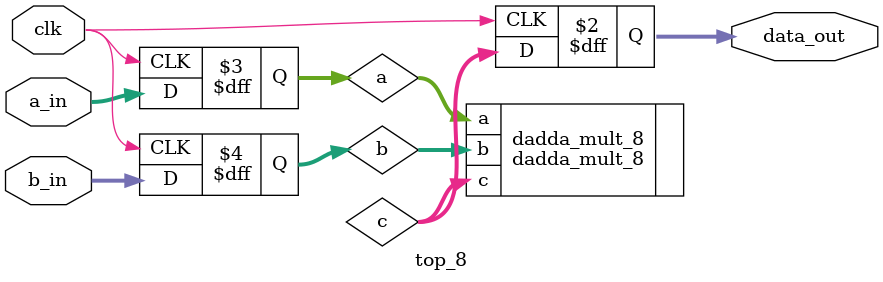
<source format=v>
module top_8(
    input clk,
    input [7:0] a_in,
    input [7:0] b_in,
    output [14:0] data_out
);

reg [7:0] a, b;
wire [14:0] c;
reg [14:0] data_out;

dadda_mult_8 dadda_mult_8 (.a(a), .b(b), .c(c));

always @(posedge clk) begin
    a <=  a_in;
    b <=  b_in;
    data_out <= c;
end
endmodule
</source>
